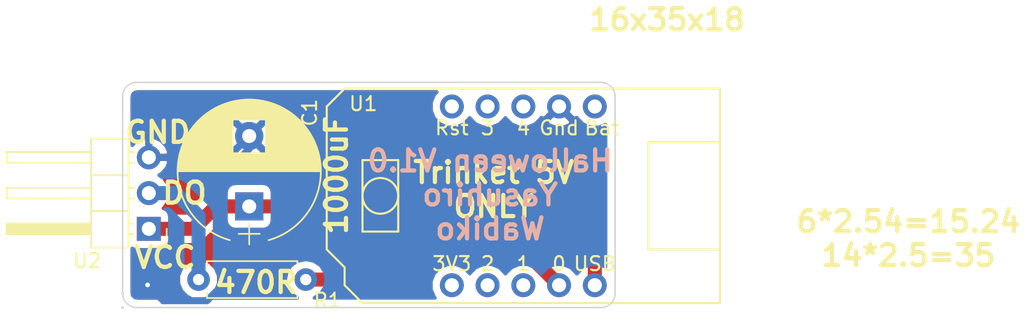
<source format=kicad_pcb>
(kicad_pcb (version 4) (host pcbnew 4.0.7)

  (general
    (links 6)
    (no_connects 0)
    (area 162.551599 89.236599 197.651601 105.336601)
    (thickness 1.6)
    (drawings 20)
    (tracks 20)
    (zones 0)
    (modules 4)
    (nets 12)
  )

  (page A4)
  (layers
    (0 F.Cu signal)
    (31 B.Cu signal)
    (32 B.Adhes user)
    (33 F.Adhes user)
    (34 B.Paste user)
    (35 F.Paste user)
    (36 B.SilkS user)
    (37 F.SilkS user)
    (38 B.Mask user)
    (39 F.Mask user)
    (40 Dwgs.User user)
    (41 Cmts.User user)
    (42 Eco1.User user)
    (43 Eco2.User user)
    (44 Edge.Cuts user)
    (45 Margin user)
    (46 B.CrtYd user)
    (47 F.CrtYd user)
    (48 B.Fab user)
    (49 F.Fab user)
  )

  (setup
    (last_trace_width 1)
    (user_trace_width 0.25)
    (user_trace_width 0.3)
    (user_trace_width 0.4)
    (user_trace_width 0.5)
    (user_trace_width 0.6)
    (user_trace_width 0.7)
    (user_trace_width 0.8)
    (user_trace_width 1)
    (trace_clearance 0.1524)
    (zone_clearance 0.508)
    (zone_45_only no)
    (trace_min 0.1524)
    (segment_width 0.2)
    (edge_width 0.15)
    (via_size 0.6858)
    (via_drill 0.3302)
    (via_min_size 0.6858)
    (via_min_drill 0.3302)
    (uvia_size 0.762)
    (uvia_drill 0.508)
    (uvias_allowed no)
    (uvia_min_size 0)
    (uvia_min_drill 0)
    (pcb_text_width 0.3)
    (pcb_text_size 1.5 1.5)
    (mod_edge_width 0.15)
    (mod_text_size 1 1)
    (mod_text_width 0.15)
    (pad_size 1.524 1.524)
    (pad_drill 0.762)
    (pad_to_mask_clearance 0.2)
    (aux_axis_origin 0 0)
    (visible_elements 7FFFFFFF)
    (pcbplotparams
      (layerselection 0x00030_80000001)
      (usegerberextensions false)
      (excludeedgelayer true)
      (linewidth 0.100000)
      (plotframeref false)
      (viasonmask false)
      (mode 1)
      (useauxorigin false)
      (hpglpennumber 1)
      (hpglpenspeed 20)
      (hpglpendiameter 15)
      (hpglpenoverlay 2)
      (psnegative false)
      (psa4output false)
      (plotreference true)
      (plotvalue true)
      (plotinvisibletext false)
      (padsonsilk false)
      (subtractmaskfromsilk false)
      (outputformat 1)
      (mirror false)
      (drillshape 1)
      (scaleselection 1)
      (outputdirectory ""))
  )

  (net 0 "")
  (net 1 GND)
  (net 2 "Net-(U1-Pad7)")
  (net 3 VCC)
  (net 4 "Net-(R1-Pad1)")
  (net 5 DATA)
  (net 6 "Net-(U1-Pad1)")
  (net 7 "Net-(U1-Pad2)")
  (net 8 "Net-(U1-Pad3)")
  (net 9 "Net-(U1-Pad5)")
  (net 10 "Net-(U1-Pad6)")
  (net 11 "Net-(U1-Pad8)")

  (net_class Default "This is the default net class."
    (clearance 0.1524)
    (trace_width 0.1524)
    (via_dia 0.6858)
    (via_drill 0.3302)
    (uvia_dia 0.762)
    (uvia_drill 0.508)
    (add_net DATA)
    (add_net GND)
    (add_net "Net-(R1-Pad1)")
    (add_net "Net-(U1-Pad1)")
    (add_net "Net-(U1-Pad2)")
    (add_net "Net-(U1-Pad3)")
    (add_net "Net-(U1-Pad5)")
    (add_net "Net-(U1-Pad6)")
    (add_net "Net-(U1-Pad7)")
    (add_net "Net-(U1-Pad8)")
    (add_net VCC)
  )

  (module Capacitors_ThroughHole:CP_Radial_D10.0mm_P5.00mm (layer F.Cu) (tedit 59EB8076) (tstamp 59EB7951)
    (at 171.6 98.1 90)
    (descr "CP, Radial series, Radial, pin pitch=5.00mm, , diameter=10mm, Electrolytic Capacitor")
    (tags "CP Radial series Radial pin pitch 5.00mm  diameter 10mm Electrolytic Capacitor")
    (path /59EAB886)
    (fp_text reference C1 (at 6.66 4.295 90) (layer F.SilkS)
      (effects (font (size 1 1) (thickness 0.15)))
    )
    (fp_text value 1000uF (at 2.5 6.31 90) (layer F.Fab)
      (effects (font (size 1 1) (thickness 0.15)))
    )
    (fp_arc (start 2.5 0) (end -2.399357 -1.38) (angle 148.5) (layer F.SilkS) (width 0.12))
    (fp_arc (start 2.5 0) (end -2.399357 1.38) (angle -148.5) (layer F.SilkS) (width 0.12))
    (fp_arc (start 2.5 0) (end 7.399357 -1.38) (angle 31.5) (layer F.SilkS) (width 0.12))
    (fp_circle (center 2.5 0) (end 7.5 0) (layer F.Fab) (width 0.1))
    (fp_line (start -2.7 0) (end -1.2 0) (layer F.Fab) (width 0.1))
    (fp_line (start -1.95 -0.75) (end -1.95 0.75) (layer F.Fab) (width 0.1))
    (fp_line (start 2.5 -5.05) (end 2.5 5.05) (layer F.SilkS) (width 0.12))
    (fp_line (start 2.54 -5.05) (end 2.54 5.05) (layer F.SilkS) (width 0.12))
    (fp_line (start 2.58 -5.05) (end 2.58 5.05) (layer F.SilkS) (width 0.12))
    (fp_line (start 2.62 -5.049) (end 2.62 5.049) (layer F.SilkS) (width 0.12))
    (fp_line (start 2.66 -5.048) (end 2.66 5.048) (layer F.SilkS) (width 0.12))
    (fp_line (start 2.7 -5.047) (end 2.7 5.047) (layer F.SilkS) (width 0.12))
    (fp_line (start 2.74 -5.045) (end 2.74 5.045) (layer F.SilkS) (width 0.12))
    (fp_line (start 2.78 -5.043) (end 2.78 5.043) (layer F.SilkS) (width 0.12))
    (fp_line (start 2.82 -5.04) (end 2.82 5.04) (layer F.SilkS) (width 0.12))
    (fp_line (start 2.86 -5.038) (end 2.86 5.038) (layer F.SilkS) (width 0.12))
    (fp_line (start 2.9 -5.035) (end 2.9 5.035) (layer F.SilkS) (width 0.12))
    (fp_line (start 2.94 -5.031) (end 2.94 5.031) (layer F.SilkS) (width 0.12))
    (fp_line (start 2.98 -5.028) (end 2.98 5.028) (layer F.SilkS) (width 0.12))
    (fp_line (start 3.02 -5.024) (end 3.02 5.024) (layer F.SilkS) (width 0.12))
    (fp_line (start 3.06 -5.02) (end 3.06 5.02) (layer F.SilkS) (width 0.12))
    (fp_line (start 3.1 -5.015) (end 3.1 5.015) (layer F.SilkS) (width 0.12))
    (fp_line (start 3.14 -5.01) (end 3.14 5.01) (layer F.SilkS) (width 0.12))
    (fp_line (start 3.18 -5.005) (end 3.18 5.005) (layer F.SilkS) (width 0.12))
    (fp_line (start 3.221 -4.999) (end 3.221 4.999) (layer F.SilkS) (width 0.12))
    (fp_line (start 3.261 -4.993) (end 3.261 4.993) (layer F.SilkS) (width 0.12))
    (fp_line (start 3.301 -4.987) (end 3.301 4.987) (layer F.SilkS) (width 0.12))
    (fp_line (start 3.341 -4.981) (end 3.341 4.981) (layer F.SilkS) (width 0.12))
    (fp_line (start 3.381 -4.974) (end 3.381 4.974) (layer F.SilkS) (width 0.12))
    (fp_line (start 3.421 -4.967) (end 3.421 4.967) (layer F.SilkS) (width 0.12))
    (fp_line (start 3.461 -4.959) (end 3.461 4.959) (layer F.SilkS) (width 0.12))
    (fp_line (start 3.501 -4.951) (end 3.501 4.951) (layer F.SilkS) (width 0.12))
    (fp_line (start 3.541 -4.943) (end 3.541 4.943) (layer F.SilkS) (width 0.12))
    (fp_line (start 3.581 -4.935) (end 3.581 4.935) (layer F.SilkS) (width 0.12))
    (fp_line (start 3.621 -4.926) (end 3.621 4.926) (layer F.SilkS) (width 0.12))
    (fp_line (start 3.661 -4.917) (end 3.661 4.917) (layer F.SilkS) (width 0.12))
    (fp_line (start 3.701 -4.907) (end 3.701 4.907) (layer F.SilkS) (width 0.12))
    (fp_line (start 3.741 -4.897) (end 3.741 4.897) (layer F.SilkS) (width 0.12))
    (fp_line (start 3.781 -4.887) (end 3.781 4.887) (layer F.SilkS) (width 0.12))
    (fp_line (start 3.821 -4.876) (end 3.821 -1.181) (layer F.SilkS) (width 0.12))
    (fp_line (start 3.821 1.181) (end 3.821 4.876) (layer F.SilkS) (width 0.12))
    (fp_line (start 3.861 -4.865) (end 3.861 -1.181) (layer F.SilkS) (width 0.12))
    (fp_line (start 3.861 1.181) (end 3.861 4.865) (layer F.SilkS) (width 0.12))
    (fp_line (start 3.901 -4.854) (end 3.901 -1.181) (layer F.SilkS) (width 0.12))
    (fp_line (start 3.901 1.181) (end 3.901 4.854) (layer F.SilkS) (width 0.12))
    (fp_line (start 3.941 -4.843) (end 3.941 -1.181) (layer F.SilkS) (width 0.12))
    (fp_line (start 3.941 1.181) (end 3.941 4.843) (layer F.SilkS) (width 0.12))
    (fp_line (start 3.981 -4.831) (end 3.981 -1.181) (layer F.SilkS) (width 0.12))
    (fp_line (start 3.981 1.181) (end 3.981 4.831) (layer F.SilkS) (width 0.12))
    (fp_line (start 4.021 -4.818) (end 4.021 -1.181) (layer F.SilkS) (width 0.12))
    (fp_line (start 4.021 1.181) (end 4.021 4.818) (layer F.SilkS) (width 0.12))
    (fp_line (start 4.061 -4.806) (end 4.061 -1.181) (layer F.SilkS) (width 0.12))
    (fp_line (start 4.061 1.181) (end 4.061 4.806) (layer F.SilkS) (width 0.12))
    (fp_line (start 4.101 -4.792) (end 4.101 -1.181) (layer F.SilkS) (width 0.12))
    (fp_line (start 4.101 1.181) (end 4.101 4.792) (layer F.SilkS) (width 0.12))
    (fp_line (start 4.141 -4.779) (end 4.141 -1.181) (layer F.SilkS) (width 0.12))
    (fp_line (start 4.141 1.181) (end 4.141 4.779) (layer F.SilkS) (width 0.12))
    (fp_line (start 4.181 -4.765) (end 4.181 -1.181) (layer F.SilkS) (width 0.12))
    (fp_line (start 4.181 1.181) (end 4.181 4.765) (layer F.SilkS) (width 0.12))
    (fp_line (start 4.221 -4.751) (end 4.221 -1.181) (layer F.SilkS) (width 0.12))
    (fp_line (start 4.221 1.181) (end 4.221 4.751) (layer F.SilkS) (width 0.12))
    (fp_line (start 4.261 -4.737) (end 4.261 -1.181) (layer F.SilkS) (width 0.12))
    (fp_line (start 4.261 1.181) (end 4.261 4.737) (layer F.SilkS) (width 0.12))
    (fp_line (start 4.301 -4.722) (end 4.301 -1.181) (layer F.SilkS) (width 0.12))
    (fp_line (start 4.301 1.181) (end 4.301 4.722) (layer F.SilkS) (width 0.12))
    (fp_line (start 4.341 -4.706) (end 4.341 -1.181) (layer F.SilkS) (width 0.12))
    (fp_line (start 4.341 1.181) (end 4.341 4.706) (layer F.SilkS) (width 0.12))
    (fp_line (start 4.381 -4.691) (end 4.381 -1.181) (layer F.SilkS) (width 0.12))
    (fp_line (start 4.381 1.181) (end 4.381 4.691) (layer F.SilkS) (width 0.12))
    (fp_line (start 4.421 -4.674) (end 4.421 -1.181) (layer F.SilkS) (width 0.12))
    (fp_line (start 4.421 1.181) (end 4.421 4.674) (layer F.SilkS) (width 0.12))
    (fp_line (start 4.461 -4.658) (end 4.461 -1.181) (layer F.SilkS) (width 0.12))
    (fp_line (start 4.461 1.181) (end 4.461 4.658) (layer F.SilkS) (width 0.12))
    (fp_line (start 4.501 -4.641) (end 4.501 -1.181) (layer F.SilkS) (width 0.12))
    (fp_line (start 4.501 1.181) (end 4.501 4.641) (layer F.SilkS) (width 0.12))
    (fp_line (start 4.541 -4.624) (end 4.541 -1.181) (layer F.SilkS) (width 0.12))
    (fp_line (start 4.541 1.181) (end 4.541 4.624) (layer F.SilkS) (width 0.12))
    (fp_line (start 4.581 -4.606) (end 4.581 -1.181) (layer F.SilkS) (width 0.12))
    (fp_line (start 4.581 1.181) (end 4.581 4.606) (layer F.SilkS) (width 0.12))
    (fp_line (start 4.621 -4.588) (end 4.621 -1.181) (layer F.SilkS) (width 0.12))
    (fp_line (start 4.621 1.181) (end 4.621 4.588) (layer F.SilkS) (width 0.12))
    (fp_line (start 4.661 -4.569) (end 4.661 -1.181) (layer F.SilkS) (width 0.12))
    (fp_line (start 4.661 1.181) (end 4.661 4.569) (layer F.SilkS) (width 0.12))
    (fp_line (start 4.701 -4.55) (end 4.701 -1.181) (layer F.SilkS) (width 0.12))
    (fp_line (start 4.701 1.181) (end 4.701 4.55) (layer F.SilkS) (width 0.12))
    (fp_line (start 4.741 -4.531) (end 4.741 -1.181) (layer F.SilkS) (width 0.12))
    (fp_line (start 4.741 1.181) (end 4.741 4.531) (layer F.SilkS) (width 0.12))
    (fp_line (start 4.781 -4.511) (end 4.781 -1.181) (layer F.SilkS) (width 0.12))
    (fp_line (start 4.781 1.181) (end 4.781 4.511) (layer F.SilkS) (width 0.12))
    (fp_line (start 4.821 -4.491) (end 4.821 -1.181) (layer F.SilkS) (width 0.12))
    (fp_line (start 4.821 1.181) (end 4.821 4.491) (layer F.SilkS) (width 0.12))
    (fp_line (start 4.861 -4.47) (end 4.861 -1.181) (layer F.SilkS) (width 0.12))
    (fp_line (start 4.861 1.181) (end 4.861 4.47) (layer F.SilkS) (width 0.12))
    (fp_line (start 4.901 -4.449) (end 4.901 -1.181) (layer F.SilkS) (width 0.12))
    (fp_line (start 4.901 1.181) (end 4.901 4.449) (layer F.SilkS) (width 0.12))
    (fp_line (start 4.941 -4.428) (end 4.941 -1.181) (layer F.SilkS) (width 0.12))
    (fp_line (start 4.941 1.181) (end 4.941 4.428) (layer F.SilkS) (width 0.12))
    (fp_line (start 4.981 -4.405) (end 4.981 -1.181) (layer F.SilkS) (width 0.12))
    (fp_line (start 4.981 1.181) (end 4.981 4.405) (layer F.SilkS) (width 0.12))
    (fp_line (start 5.021 -4.383) (end 5.021 -1.181) (layer F.SilkS) (width 0.12))
    (fp_line (start 5.021 1.181) (end 5.021 4.383) (layer F.SilkS) (width 0.12))
    (fp_line (start 5.061 -4.36) (end 5.061 -1.181) (layer F.SilkS) (width 0.12))
    (fp_line (start 5.061 1.181) (end 5.061 4.36) (layer F.SilkS) (width 0.12))
    (fp_line (start 5.101 -4.336) (end 5.101 -1.181) (layer F.SilkS) (width 0.12))
    (fp_line (start 5.101 1.181) (end 5.101 4.336) (layer F.SilkS) (width 0.12))
    (fp_line (start 5.141 -4.312) (end 5.141 -1.181) (layer F.SilkS) (width 0.12))
    (fp_line (start 5.141 1.181) (end 5.141 4.312) (layer F.SilkS) (width 0.12))
    (fp_line (start 5.181 -4.288) (end 5.181 -1.181) (layer F.SilkS) (width 0.12))
    (fp_line (start 5.181 1.181) (end 5.181 4.288) (layer F.SilkS) (width 0.12))
    (fp_line (start 5.221 -4.263) (end 5.221 -1.181) (layer F.SilkS) (width 0.12))
    (fp_line (start 5.221 1.181) (end 5.221 4.263) (layer F.SilkS) (width 0.12))
    (fp_line (start 5.261 -4.237) (end 5.261 -1.181) (layer F.SilkS) (width 0.12))
    (fp_line (start 5.261 1.181) (end 5.261 4.237) (layer F.SilkS) (width 0.12))
    (fp_line (start 5.301 -4.211) (end 5.301 -1.181) (layer F.SilkS) (width 0.12))
    (fp_line (start 5.301 1.181) (end 5.301 4.211) (layer F.SilkS) (width 0.12))
    (fp_line (start 5.341 -4.185) (end 5.341 -1.181) (layer F.SilkS) (width 0.12))
    (fp_line (start 5.341 1.181) (end 5.341 4.185) (layer F.SilkS) (width 0.12))
    (fp_line (start 5.381 -4.157) (end 5.381 -1.181) (layer F.SilkS) (width 0.12))
    (fp_line (start 5.381 1.181) (end 5.381 4.157) (layer F.SilkS) (width 0.12))
    (fp_line (start 5.421 -4.13) (end 5.421 -1.181) (layer F.SilkS) (width 0.12))
    (fp_line (start 5.421 1.181) (end 5.421 4.13) (layer F.SilkS) (width 0.12))
    (fp_line (start 5.461 -4.101) (end 5.461 -1.181) (layer F.SilkS) (width 0.12))
    (fp_line (start 5.461 1.181) (end 5.461 4.101) (layer F.SilkS) (width 0.12))
    (fp_line (start 5.501 -4.072) (end 5.501 -1.181) (layer F.SilkS) (width 0.12))
    (fp_line (start 5.501 1.181) (end 5.501 4.072) (layer F.SilkS) (width 0.12))
    (fp_line (start 5.541 -4.043) (end 5.541 -1.181) (layer F.SilkS) (width 0.12))
    (fp_line (start 5.541 1.181) (end 5.541 4.043) (layer F.SilkS) (width 0.12))
    (fp_line (start 5.581 -4.013) (end 5.581 -1.181) (layer F.SilkS) (width 0.12))
    (fp_line (start 5.581 1.181) (end 5.581 4.013) (layer F.SilkS) (width 0.12))
    (fp_line (start 5.621 -3.982) (end 5.621 -1.181) (layer F.SilkS) (width 0.12))
    (fp_line (start 5.621 1.181) (end 5.621 3.982) (layer F.SilkS) (width 0.12))
    (fp_line (start 5.661 -3.951) (end 5.661 -1.181) (layer F.SilkS) (width 0.12))
    (fp_line (start 5.661 1.181) (end 5.661 3.951) (layer F.SilkS) (width 0.12))
    (fp_line (start 5.701 -3.919) (end 5.701 -1.181) (layer F.SilkS) (width 0.12))
    (fp_line (start 5.701 1.181) (end 5.701 3.919) (layer F.SilkS) (width 0.12))
    (fp_line (start 5.741 -3.886) (end 5.741 -1.181) (layer F.SilkS) (width 0.12))
    (fp_line (start 5.741 1.181) (end 5.741 3.886) (layer F.SilkS) (width 0.12))
    (fp_line (start 5.781 -3.853) (end 5.781 -1.181) (layer F.SilkS) (width 0.12))
    (fp_line (start 5.781 1.181) (end 5.781 3.853) (layer F.SilkS) (width 0.12))
    (fp_line (start 5.821 -3.819) (end 5.821 -1.181) (layer F.SilkS) (width 0.12))
    (fp_line (start 5.821 1.181) (end 5.821 3.819) (layer F.SilkS) (width 0.12))
    (fp_line (start 5.861 -3.784) (end 5.861 -1.181) (layer F.SilkS) (width 0.12))
    (fp_line (start 5.861 1.181) (end 5.861 3.784) (layer F.SilkS) (width 0.12))
    (fp_line (start 5.901 -3.748) (end 5.901 -1.181) (layer F.SilkS) (width 0.12))
    (fp_line (start 5.901 1.181) (end 5.901 3.748) (layer F.SilkS) (width 0.12))
    (fp_line (start 5.941 -3.712) (end 5.941 -1.181) (layer F.SilkS) (width 0.12))
    (fp_line (start 5.941 1.181) (end 5.941 3.712) (layer F.SilkS) (width 0.12))
    (fp_line (start 5.981 -3.675) (end 5.981 -1.181) (layer F.SilkS) (width 0.12))
    (fp_line (start 5.981 1.181) (end 5.981 3.675) (layer F.SilkS) (width 0.12))
    (fp_line (start 6.021 -3.637) (end 6.021 -1.181) (layer F.SilkS) (width 0.12))
    (fp_line (start 6.021 1.181) (end 6.021 3.637) (layer F.SilkS) (width 0.12))
    (fp_line (start 6.061 -3.598) (end 6.061 -1.181) (layer F.SilkS) (width 0.12))
    (fp_line (start 6.061 1.181) (end 6.061 3.598) (layer F.SilkS) (width 0.12))
    (fp_line (start 6.101 -3.559) (end 6.101 -1.181) (layer F.SilkS) (width 0.12))
    (fp_line (start 6.101 1.181) (end 6.101 3.559) (layer F.SilkS) (width 0.12))
    (fp_line (start 6.141 -3.518) (end 6.141 -1.181) (layer F.SilkS) (width 0.12))
    (fp_line (start 6.141 1.181) (end 6.141 3.518) (layer F.SilkS) (width 0.12))
    (fp_line (start 6.181 -3.477) (end 6.181 3.477) (layer F.SilkS) (width 0.12))
    (fp_line (start 6.221 -3.435) (end 6.221 3.435) (layer F.SilkS) (width 0.12))
    (fp_line (start 6.261 -3.391) (end 6.261 3.391) (layer F.SilkS) (width 0.12))
    (fp_line (start 6.301 -3.347) (end 6.301 3.347) (layer F.SilkS) (width 0.12))
    (fp_line (start 6.341 -3.302) (end 6.341 3.302) (layer F.SilkS) (width 0.12))
    (fp_line (start 6.381 -3.255) (end 6.381 3.255) (layer F.SilkS) (width 0.12))
    (fp_line (start 6.421 -3.207) (end 6.421 3.207) (layer F.SilkS) (width 0.12))
    (fp_line (start 6.461 -3.158) (end 6.461 3.158) (layer F.SilkS) (width 0.12))
    (fp_line (start 6.501 -3.108) (end 6.501 3.108) (layer F.SilkS) (width 0.12))
    (fp_line (start 6.541 -3.057) (end 6.541 3.057) (layer F.SilkS) (width 0.12))
    (fp_line (start 6.581 -3.004) (end 6.581 3.004) (layer F.SilkS) (width 0.12))
    (fp_line (start 6.621 -2.949) (end 6.621 2.949) (layer F.SilkS) (width 0.12))
    (fp_line (start 6.661 -2.894) (end 6.661 2.894) (layer F.SilkS) (width 0.12))
    (fp_line (start 6.701 -2.836) (end 6.701 2.836) (layer F.SilkS) (width 0.12))
    (fp_line (start 6.741 -2.777) (end 6.741 2.777) (layer F.SilkS) (width 0.12))
    (fp_line (start 6.781 -2.715) (end 6.781 2.715) (layer F.SilkS) (width 0.12))
    (fp_line (start 6.821 -2.652) (end 6.821 2.652) (layer F.SilkS) (width 0.12))
    (fp_line (start 6.861 -2.587) (end 6.861 2.587) (layer F.SilkS) (width 0.12))
    (fp_line (start 6.901 -2.519) (end 6.901 2.519) (layer F.SilkS) (width 0.12))
    (fp_line (start 6.941 -2.449) (end 6.941 2.449) (layer F.SilkS) (width 0.12))
    (fp_line (start 6.981 -2.377) (end 6.981 2.377) (layer F.SilkS) (width 0.12))
    (fp_line (start 7.021 -2.301) (end 7.021 2.301) (layer F.SilkS) (width 0.12))
    (fp_line (start 7.061 -2.222) (end 7.061 2.222) (layer F.SilkS) (width 0.12))
    (fp_line (start 7.101 -2.14) (end 7.101 2.14) (layer F.SilkS) (width 0.12))
    (fp_line (start 7.141 -2.053) (end 7.141 2.053) (layer F.SilkS) (width 0.12))
    (fp_line (start 7.181 -1.962) (end 7.181 1.962) (layer F.SilkS) (width 0.12))
    (fp_line (start 7.221 -1.866) (end 7.221 1.866) (layer F.SilkS) (width 0.12))
    (fp_line (start 7.261 -1.763) (end 7.261 1.763) (layer F.SilkS) (width 0.12))
    (fp_line (start 7.301 -1.654) (end 7.301 1.654) (layer F.SilkS) (width 0.12))
    (fp_line (start 7.341 -1.536) (end 7.341 1.536) (layer F.SilkS) (width 0.12))
    (fp_line (start 7.381 -1.407) (end 7.381 1.407) (layer F.SilkS) (width 0.12))
    (fp_line (start 7.421 -1.265) (end 7.421 1.265) (layer F.SilkS) (width 0.12))
    (fp_line (start 7.461 -1.104) (end 7.461 1.104) (layer F.SilkS) (width 0.12))
    (fp_line (start 7.501 -0.913) (end 7.501 0.913) (layer F.SilkS) (width 0.12))
    (fp_line (start 7.541 -0.672) (end 7.541 0.672) (layer F.SilkS) (width 0.12))
    (fp_line (start 7.581 -0.279) (end 7.581 0.279) (layer F.SilkS) (width 0.12))
    (fp_line (start -2.7 0) (end -1.2 0) (layer F.SilkS) (width 0.12))
    (fp_line (start -1.95 -0.75) (end -1.95 0.75) (layer F.SilkS) (width 0.12))
    (fp_line (start -2.85 -5.35) (end -2.85 5.35) (layer F.CrtYd) (width 0.05))
    (fp_line (start -2.85 5.35) (end 7.85 5.35) (layer F.CrtYd) (width 0.05))
    (fp_line (start 7.85 5.35) (end 7.85 -5.35) (layer F.CrtYd) (width 0.05))
    (fp_line (start 7.85 -5.35) (end -2.85 -5.35) (layer F.CrtYd) (width 0.05))
    (fp_text user %R (at 2.5 0 90) (layer F.Fab)
      (effects (font (size 1 1) (thickness 0.15)))
    )
    (pad 1 thru_hole rect (at 0 0 90) (size 2 2) (drill 1) (layers *.Cu *.Mask)
      (net 3 VCC))
    (pad 2 thru_hole circle (at 5 0 90) (size 2 2) (drill 1) (layers *.Cu *.Mask)
      (net 1 GND))
    (model ${KISYS3DMOD}/Capacitors_THT.3dshapes/CP_Radial_D10.0mm_P5.00mm.wrl
      (at (xyz 0 0 0))
      (scale (xyz 1 1 1))
      (rotate (xyz 0 0 0))
    )
  )

  (module Resistors_ThroughHole:R_Axial_DIN0207_L6.3mm_D2.5mm_P7.62mm_Horizontal (layer F.Cu) (tedit 59EB7F80) (tstamp 59EB7967)
    (at 168 103.3)
    (descr "Resistor, Axial_DIN0207 series, Axial, Horizontal, pin pitch=7.62mm, 0.25W = 1/4W, length*diameter=6.3*2.5mm^2, http://cdn-reichelt.de/documents/datenblatt/B400/1_4W%23YAG.pdf")
    (tags "Resistor Axial_DIN0207 series Axial Horizontal pin pitch 7.62mm 0.25W = 1/4W length 6.3mm diameter 2.5mm")
    (path /59EA97F4)
    (fp_text reference R1 (at 9.165 1.475) (layer F.SilkS)
      (effects (font (size 1 1) (thickness 0.15)))
    )
    (fp_text value 470R (at 3.81 2.31) (layer F.Fab)
      (effects (font (size 1 1) (thickness 0.15)))
    )
    (fp_line (start 0.66 -1.25) (end 0.66 1.25) (layer F.Fab) (width 0.1))
    (fp_line (start 0.66 1.25) (end 6.96 1.25) (layer F.Fab) (width 0.1))
    (fp_line (start 6.96 1.25) (end 6.96 -1.25) (layer F.Fab) (width 0.1))
    (fp_line (start 6.96 -1.25) (end 0.66 -1.25) (layer F.Fab) (width 0.1))
    (fp_line (start 0 0) (end 0.66 0) (layer F.Fab) (width 0.1))
    (fp_line (start 7.62 0) (end 6.96 0) (layer F.Fab) (width 0.1))
    (fp_line (start 0.6 -0.98) (end 0.6 -1.31) (layer F.SilkS) (width 0.12))
    (fp_line (start 0.6 -1.31) (end 7.02 -1.31) (layer F.SilkS) (width 0.12))
    (fp_line (start 7.02 -1.31) (end 7.02 -0.98) (layer F.SilkS) (width 0.12))
    (fp_line (start 0.6 0.98) (end 0.6 1.31) (layer F.SilkS) (width 0.12))
    (fp_line (start 0.6 1.31) (end 7.02 1.31) (layer F.SilkS) (width 0.12))
    (fp_line (start 7.02 1.31) (end 7.02 0.98) (layer F.SilkS) (width 0.12))
    (fp_line (start -1.05 -1.6) (end -1.05 1.6) (layer F.CrtYd) (width 0.05))
    (fp_line (start -1.05 1.6) (end 8.7 1.6) (layer F.CrtYd) (width 0.05))
    (fp_line (start 8.7 1.6) (end 8.7 -1.6) (layer F.CrtYd) (width 0.05))
    (fp_line (start 8.7 -1.6) (end -1.05 -1.6) (layer F.CrtYd) (width 0.05))
    (pad 1 thru_hole circle (at 0 0) (size 1.6 1.6) (drill 0.8) (layers *.Cu *.Mask)
      (net 4 "Net-(R1-Pad1)"))
    (pad 2 thru_hole oval (at 7.62 0) (size 1.6 1.6) (drill 0.8) (layers *.Cu *.Mask)
      (net 5 DATA))
    (model ${KISYS3DMOD}/Resistors_THT.3dshapes/R_Axial_DIN0207_L6.3mm_D2.5mm_P7.62mm_Horizontal.wrl
      (at (xyz 0 0 0))
      (scale (xyz 0.393701 0.393701 0.393701))
      (rotate (xyz 0 0 0))
    )
  )

  (module MyLibrary:Trinket_M0_NoHole (layer F.Cu) (tedit 59EB7EFA) (tstamp 59EB7995)
    (at 186 91)
    (path /59DDA328)
    (fp_text reference U1 (at -6.295 -0.195) (layer F.SilkS)
      (effects (font (size 1 1) (thickness 0.15)))
    )
    (fp_text value Trinket_M0 (at 3.81 -2.54) (layer F.Fab)
      (effects (font (size 1 1) (thickness 0.15)))
    )
    (fp_text user USB (at 10.16 11.176) (layer F.SilkS)
      (effects (font (size 1 1) (thickness 0.15)))
    )
    (fp_text user Bat (at 10.668 1.524) (layer F.SilkS)
      (effects (font (size 1 1) (thickness 0.15)))
    )
    (fp_text user Gnd (at 7.62 1.524) (layer F.SilkS)
      (effects (font (size 1 1) (thickness 0.15)))
    )
    (fp_text user 4 (at 5.08 1.524) (layer F.SilkS)
      (effects (font (size 1 1) (thickness 0.15)))
    )
    (fp_text user 3 (at 2.54 1.524) (layer F.SilkS)
      (effects (font (size 1 1) (thickness 0.15)))
    )
    (fp_text user Rst (at 0 1.524) (layer F.SilkS)
      (effects (font (size 1 1) (thickness 0.15)))
    )
    (fp_text user 0 (at 7.62 11.176) (layer F.SilkS)
      (effects (font (size 1 1) (thickness 0.15)))
    )
    (fp_text user 1 (at 5.08 11.176) (layer F.SilkS)
      (effects (font (size 1 1) (thickness 0.15)))
    )
    (fp_text user 2 (at 2.54 11.176) (layer F.SilkS)
      (effects (font (size 1 1) (thickness 0.15)))
    )
    (fp_text user 3V3 (at 0 11.176) (layer F.SilkS)
      (effects (font (size 1 1) (thickness 0.15)))
    )
    (fp_line (start -6.35 3.81) (end -3.81 3.81) (layer F.SilkS) (width 0.15))
    (fp_line (start -3.81 3.81) (end -3.81 8.89) (layer F.SilkS) (width 0.15))
    (fp_line (start -3.81 8.89) (end -6.35 8.89) (layer F.SilkS) (width 0.15))
    (fp_line (start -6.35 8.89) (end -6.35 3.81) (layer F.SilkS) (width 0.15))
    (fp_circle (center -5.08 6.35) (end -3.81 6.35) (layer F.SilkS) (width 0.15))
    (fp_line (start 13.97 10.16) (end 17.78 10.16) (layer F.SilkS) (width 0.15))
    (fp_line (start 13.97 2.54) (end 17.78 2.54) (layer F.SilkS) (width 0.15))
    (fp_line (start 13.97 2.54) (end 13.97 10.16) (layer F.SilkS) (width 0.15))
    (fp_line (start 17.78 10.16) (end 19.05 10.16) (layer F.SilkS) (width 0.15))
    (fp_line (start 17.78 2.54) (end 19.05 2.54) (layer F.SilkS) (width 0.15))
    (fp_line (start 11.43 13.97) (end 19.05 13.97) (layer F.SilkS) (width 0.15))
    (fp_line (start 11.43 -1.27) (end 19.05 -1.27) (layer F.SilkS) (width 0.15))
    (fp_line (start -8.89 10.16) (end -7.62 11.43) (layer F.SilkS) (width 0.15))
    (fp_line (start -7.62 11.43) (end -7.62 12.7) (layer F.SilkS) (width 0.15))
    (fp_line (start -7.62 12.7) (end -6.35 13.97) (layer F.SilkS) (width 0.15))
    (fp_line (start -6.35 13.97) (end -1.27 13.97) (layer F.SilkS) (width 0.15))
    (fp_line (start -7.62 -1.27) (end -8.89 0) (layer F.SilkS) (width 0.15))
    (fp_line (start -8.89 0) (end -8.89 10.16) (layer F.SilkS) (width 0.15))
    (fp_line (start -7.62 -1.27) (end -1.27 -1.27) (layer F.SilkS) (width 0.15))
    (fp_line (start 19.05 -1.27) (end 19.05 13.97) (layer F.SilkS) (width 0.15))
    (fp_line (start -1.27 13.97) (end 11.43 13.97) (layer F.SilkS) (width 0.15))
    (fp_line (start -1.27 -1.27) (end 11.43 -1.27) (layer F.SilkS) (width 0.15))
    (pad 1 thru_hole circle (at 0 0) (size 1.7 1.7) (drill 1) (layers *.Cu *.Mask)
      (net 6 "Net-(U1-Pad1)"))
    (pad 2 thru_hole circle (at 2.54 0) (size 1.7 1.7) (drill 1) (layers *.Cu *.Mask)
      (net 7 "Net-(U1-Pad2)"))
    (pad 3 thru_hole circle (at 5.08 0) (size 1.7 1.7) (drill 1) (layers *.Cu *.Mask)
      (net 8 "Net-(U1-Pad3)"))
    (pad 4 thru_hole circle (at 7.62 0) (size 1.7 1.7) (drill 1) (layers *.Cu *.Mask)
      (net 1 GND))
    (pad 5 thru_hole circle (at 10.16 0) (size 1.7 1.7) (drill 1) (layers *.Cu *.Mask)
      (net 9 "Net-(U1-Pad5)"))
    (pad 6 thru_hole circle (at 0 12.7) (size 1.7 1.7) (drill 1) (layers *.Cu *.Mask)
      (net 10 "Net-(U1-Pad6)"))
    (pad 7 thru_hole circle (at 2.54 12.7) (size 1.7 1.7) (drill 1) (layers *.Cu *.Mask)
      (net 2 "Net-(U1-Pad7)"))
    (pad 8 thru_hole circle (at 5.08 12.7) (size 1.7 1.7) (drill 1) (layers *.Cu *.Mask)
      (net 11 "Net-(U1-Pad8)"))
    (pad 9 thru_hole circle (at 7.62 12.7) (size 1.7 1.7) (drill 1) (layers *.Cu *.Mask)
      (net 5 DATA))
    (pad 10 thru_hole circle (at 10.16 12.7) (size 1.7 1.7) (drill 1) (layers *.Cu *.Mask)
      (net 3 VCC))
  )

  (module Pin_Headers:Pin_Header_Angled_1x03_Pitch2.54mm (layer F.Cu) (tedit 59650532) (tstamp 59EB79D5)
    (at 164.465 99.695 180)
    (descr "Through hole angled pin header, 1x03, 2.54mm pitch, 6mm pin length, single row")
    (tags "Through hole angled pin header THT 1x03 2.54mm single row")
    (path /59EABE4C)
    (fp_text reference U2 (at 4.385 -2.27 180) (layer F.SilkS)
      (effects (font (size 1 1) (thickness 0.15)))
    )
    (fp_text value WS2812B_IF (at 4.385 7.35 180) (layer F.Fab)
      (effects (font (size 1 1) (thickness 0.15)))
    )
    (fp_line (start 2.135 -1.27) (end 4.04 -1.27) (layer F.Fab) (width 0.1))
    (fp_line (start 4.04 -1.27) (end 4.04 6.35) (layer F.Fab) (width 0.1))
    (fp_line (start 4.04 6.35) (end 1.5 6.35) (layer F.Fab) (width 0.1))
    (fp_line (start 1.5 6.35) (end 1.5 -0.635) (layer F.Fab) (width 0.1))
    (fp_line (start 1.5 -0.635) (end 2.135 -1.27) (layer F.Fab) (width 0.1))
    (fp_line (start -0.32 -0.32) (end 1.5 -0.32) (layer F.Fab) (width 0.1))
    (fp_line (start -0.32 -0.32) (end -0.32 0.32) (layer F.Fab) (width 0.1))
    (fp_line (start -0.32 0.32) (end 1.5 0.32) (layer F.Fab) (width 0.1))
    (fp_line (start 4.04 -0.32) (end 10.04 -0.32) (layer F.Fab) (width 0.1))
    (fp_line (start 10.04 -0.32) (end 10.04 0.32) (layer F.Fab) (width 0.1))
    (fp_line (start 4.04 0.32) (end 10.04 0.32) (layer F.Fab) (width 0.1))
    (fp_line (start -0.32 2.22) (end 1.5 2.22) (layer F.Fab) (width 0.1))
    (fp_line (start -0.32 2.22) (end -0.32 2.86) (layer F.Fab) (width 0.1))
    (fp_line (start -0.32 2.86) (end 1.5 2.86) (layer F.Fab) (width 0.1))
    (fp_line (start 4.04 2.22) (end 10.04 2.22) (layer F.Fab) (width 0.1))
    (fp_line (start 10.04 2.22) (end 10.04 2.86) (layer F.Fab) (width 0.1))
    (fp_line (start 4.04 2.86) (end 10.04 2.86) (layer F.Fab) (width 0.1))
    (fp_line (start -0.32 4.76) (end 1.5 4.76) (layer F.Fab) (width 0.1))
    (fp_line (start -0.32 4.76) (end -0.32 5.4) (layer F.Fab) (width 0.1))
    (fp_line (start -0.32 5.4) (end 1.5 5.4) (layer F.Fab) (width 0.1))
    (fp_line (start 4.04 4.76) (end 10.04 4.76) (layer F.Fab) (width 0.1))
    (fp_line (start 10.04 4.76) (end 10.04 5.4) (layer F.Fab) (width 0.1))
    (fp_line (start 4.04 5.4) (end 10.04 5.4) (layer F.Fab) (width 0.1))
    (fp_line (start 1.44 -1.33) (end 1.44 6.41) (layer F.SilkS) (width 0.12))
    (fp_line (start 1.44 6.41) (end 4.1 6.41) (layer F.SilkS) (width 0.12))
    (fp_line (start 4.1 6.41) (end 4.1 -1.33) (layer F.SilkS) (width 0.12))
    (fp_line (start 4.1 -1.33) (end 1.44 -1.33) (layer F.SilkS) (width 0.12))
    (fp_line (start 4.1 -0.38) (end 10.1 -0.38) (layer F.SilkS) (width 0.12))
    (fp_line (start 10.1 -0.38) (end 10.1 0.38) (layer F.SilkS) (width 0.12))
    (fp_line (start 10.1 0.38) (end 4.1 0.38) (layer F.SilkS) (width 0.12))
    (fp_line (start 4.1 -0.32) (end 10.1 -0.32) (layer F.SilkS) (width 0.12))
    (fp_line (start 4.1 -0.2) (end 10.1 -0.2) (layer F.SilkS) (width 0.12))
    (fp_line (start 4.1 -0.08) (end 10.1 -0.08) (layer F.SilkS) (width 0.12))
    (fp_line (start 4.1 0.04) (end 10.1 0.04) (layer F.SilkS) (width 0.12))
    (fp_line (start 4.1 0.16) (end 10.1 0.16) (layer F.SilkS) (width 0.12))
    (fp_line (start 4.1 0.28) (end 10.1 0.28) (layer F.SilkS) (width 0.12))
    (fp_line (start 1.11 -0.38) (end 1.44 -0.38) (layer F.SilkS) (width 0.12))
    (fp_line (start 1.11 0.38) (end 1.44 0.38) (layer F.SilkS) (width 0.12))
    (fp_line (start 1.44 1.27) (end 4.1 1.27) (layer F.SilkS) (width 0.12))
    (fp_line (start 4.1 2.16) (end 10.1 2.16) (layer F.SilkS) (width 0.12))
    (fp_line (start 10.1 2.16) (end 10.1 2.92) (layer F.SilkS) (width 0.12))
    (fp_line (start 10.1 2.92) (end 4.1 2.92) (layer F.SilkS) (width 0.12))
    (fp_line (start 1.042929 2.16) (end 1.44 2.16) (layer F.SilkS) (width 0.12))
    (fp_line (start 1.042929 2.92) (end 1.44 2.92) (layer F.SilkS) (width 0.12))
    (fp_line (start 1.44 3.81) (end 4.1 3.81) (layer F.SilkS) (width 0.12))
    (fp_line (start 4.1 4.7) (end 10.1 4.7) (layer F.SilkS) (width 0.12))
    (fp_line (start 10.1 4.7) (end 10.1 5.46) (layer F.SilkS) (width 0.12))
    (fp_line (start 10.1 5.46) (end 4.1 5.46) (layer F.SilkS) (width 0.12))
    (fp_line (start 1.042929 4.7) (end 1.44 4.7) (layer F.SilkS) (width 0.12))
    (fp_line (start 1.042929 5.46) (end 1.44 5.46) (layer F.SilkS) (width 0.12))
    (fp_line (start -1.27 0) (end -1.27 -1.27) (layer F.SilkS) (width 0.12))
    (fp_line (start -1.27 -1.27) (end 0 -1.27) (layer F.SilkS) (width 0.12))
    (fp_line (start -1.8 -1.8) (end -1.8 6.85) (layer F.CrtYd) (width 0.05))
    (fp_line (start -1.8 6.85) (end 10.55 6.85) (layer F.CrtYd) (width 0.05))
    (fp_line (start 10.55 6.85) (end 10.55 -1.8) (layer F.CrtYd) (width 0.05))
    (fp_line (start 10.55 -1.8) (end -1.8 -1.8) (layer F.CrtYd) (width 0.05))
    (fp_text user %R (at 2.77 2.54 270) (layer F.Fab)
      (effects (font (size 1 1) (thickness 0.15)))
    )
    (pad 1 thru_hole rect (at 0 0 180) (size 1.7 1.7) (drill 1) (layers *.Cu *.Mask)
      (net 3 VCC))
    (pad 2 thru_hole oval (at 0 2.54 180) (size 1.7 1.7) (drill 1) (layers *.Cu *.Mask)
      (net 4 "Net-(R1-Pad1)"))
    (pad 3 thru_hole oval (at 0 5.08 180) (size 1.7 1.7) (drill 1) (layers *.Cu *.Mask)
      (net 1 GND))
    (model ${KISYS3DMOD}/Pin_Headers.3dshapes/Pin_Header_Angled_1x03_Pitch2.54mm.wrl
      (at (xyz 0 0 0))
      (scale (xyz 1 1 1))
      (rotate (xyz 0 0 0))
    )
  )

  (gr_text 16x35x18 (at 201.295 84.836) (layer F.SilkS)
    (effects (font (size 1.5 1.5) (thickness 0.3)))
  )
  (gr_text "Trinket 5V\nONLY" (at 188.976 96.901) (layer F.SilkS)
    (effects (font (size 1.5 1.5) (thickness 0.3)))
  )
  (gr_text VCC (at 165.608 101.727) (layer F.SilkS)
    (effects (font (size 1.5 1.5) (thickness 0.3)))
  )
  (gr_text DO (at 167.005 97.155) (layer F.SilkS)
    (effects (font (size 1.5 1.5) (thickness 0.3)))
  )
  (gr_text GND (at 165.1 92.837) (layer F.SilkS)
    (effects (font (size 1.5 1.5) (thickness 0.3)))
  )
  (gr_text "Halloween V1.0\nYasuhiro\nWabiko" (at 188.722 97.282) (layer B.SilkS)
    (effects (font (size 1.5 1.5) (thickness 0.3)) (justify mirror))
  )
  (gr_text 1000uF (at 177.8 95.885 90) (layer F.SilkS)
    (effects (font (size 1.5 1.5) (thickness 0.3)))
  )
  (gr_text 470R (at 172.085 103.505) (layer F.SilkS)
    (effects (font (size 1.5 1.5) (thickness 0.3)))
  )
  (gr_line (start 163.6016 105.2866) (end 196.6016 105.2866) (layer Edge.Cuts) (width 0.1))
  (gr_line (start 163.6016 89.2866) (end 196.6016 89.2866) (layer Edge.Cuts) (width 0.1))
  (gr_line (start 197.6016 90.2866) (end 197.6016 104.2866) (layer Edge.Cuts) (width 0.1))
  (gr_arc (start 196.6016 90.2866) (end 197.6016 90.2866) (angle -90) (layer Edge.Cuts) (width 0.1))
  (gr_arc (start 196.6016 104.2866) (end 196.6016 105.2866) (angle -90) (layer Edge.Cuts) (width 0.1))
  (gr_line (start 162.6016 104.2866) (end 162.6016 90.2866) (layer Edge.Cuts) (width 0.1))
  (gr_arc (start 163.6016 90.2866) (end 163.6016 89.2866) (angle -90) (layer Edge.Cuts) (width 0.1))
  (gr_arc (start 163.6016 104.2866) (end 162.6016 104.2866) (angle -90) (layer Edge.Cuts) (width 0.1))
  (gr_arc (start 162.6016 104.2866) (end 162.6016 104.2866) (angle -0) (layer Edge.Cuts) (width 0.1))
  (gr_arc (start 162.6016 105.2866) (end 162.6016 105.2866) (angle -0) (layer Edge.Cuts) (width 0.1))
  (gr_arc (start 162.6016 105.2866) (end 162.6016 105.2866) (angle -0) (layer Edge.Cuts) (width 0.1))
  (gr_text "6*2.54=15.24\n14*2.5=35\n\n" (at 218.44 101.6) (layer F.SilkS)
    (effects (font (size 1.5 1.5) (thickness 0.3)))
  )

  (segment (start 171.6 93.1) (end 171.6 94.0078) (width 0.5) (layer B.Cu) (net 1))
  (segment (start 171.6 94.0078) (end 169.7101 95.8977) (width 0.5) (layer B.Cu) (net 1) (tstamp 59EB8313))
  (segment (start 169.7101 95.8977) (end 169.7101 103.6828) (width 0.5) (layer B.Cu) (net 1) (tstamp 59EB8314))
  (segment (start 169.7101 103.6828) (end 168.5925 104.8004) (width 0.5) (layer B.Cu) (net 1) (tstamp 59EB8315))
  (segment (start 168.5925 104.8004) (end 165.4937 104.8004) (width 0.5) (layer B.Cu) (net 1) (tstamp 59EB8316))
  (segment (start 165.4937 104.8004) (end 164.3761 103.6828) (width 0.5) (layer B.Cu) (net 1) (tstamp 59EB8317))
  (via (at 164.3761 103.6828) (size 0.6858) (drill 0.3302) (layers F.Cu B.Cu) (net 1))
  (segment (start 164.465 99.695) (end 167.64 99.695) (width 1) (layer F.Cu) (net 3))
  (segment (start 169.235 98.1) (end 171.6 98.1) (width 1) (layer F.Cu) (net 3) (tstamp 59EB83DF))
  (segment (start 167.64 99.695) (end 169.235 98.1) (width 1) (layer F.Cu) (net 3) (tstamp 59EB83DE))
  (segment (start 171.6 98.1) (end 192.08 98.1) (width 1) (layer F.Cu) (net 3))
  (segment (start 196.16 102.18) (end 196.16 103.7) (width 1) (layer F.Cu) (net 3) (tstamp 59EB82FE))
  (segment (start 192.08 98.1) (end 196.16 102.18) (width 1) (layer F.Cu) (net 3) (tstamp 59EB82FD))
  (segment (start 164.465 97.155) (end 166.37 97.155) (width 1) (layer B.Cu) (net 4))
  (segment (start 168 98.785) (end 168 103.3) (width 1) (layer B.Cu) (net 4) (tstamp 59EB83E4))
  (segment (start 166.37 97.155) (end 168 98.785) (width 1) (layer B.Cu) (net 4) (tstamp 59EB83E3))
  (segment (start 175.62 103.3) (end 178.64 103.3) (width 1) (layer F.Cu) (net 5))
  (segment (start 191.52 101.6) (end 193.62 103.7) (width 1) (layer F.Cu) (net 5) (tstamp 59EB8306))
  (segment (start 180.34 101.6) (end 191.52 101.6) (width 1) (layer F.Cu) (net 5) (tstamp 59EB8305))
  (segment (start 178.64 103.3) (end 180.34 101.6) (width 1) (layer F.Cu) (net 5) (tstamp 59EB8304))

  (zone (net 1) (net_name GND) (layer B.Cu) (tstamp 59EB830D) (hatch edge 0.508)
    (connect_pads (clearance 0.508))
    (min_thickness 0.254)
    (fill yes (arc_segments 16) (thermal_gap 0.508) (thermal_bridge_width 0.508))
    (polygon
      (pts
        (xy 198.12 106.68) (xy 162.56 106.68) (xy 162.56 88.9) (xy 198.12 88.9)
      )
    )
    (filled_polygon
      (pts
        (xy 184.741812 90.157717) (xy 184.515258 90.703319) (xy 184.514743 91.294089) (xy 184.740344 91.840086) (xy 185.157717 92.258188)
        (xy 185.703319 92.484742) (xy 186.294089 92.485257) (xy 186.840086 92.259656) (xy 187.258188 91.842283) (xy 187.269748 91.814443)
        (xy 187.280344 91.840086) (xy 187.697717 92.258188) (xy 188.243319 92.484742) (xy 188.834089 92.485257) (xy 189.380086 92.259656)
        (xy 189.798188 91.842283) (xy 189.809748 91.814443) (xy 189.820344 91.840086) (xy 190.237717 92.258188) (xy 190.783319 92.484742)
        (xy 191.374089 92.485257) (xy 191.920086 92.259656) (xy 192.13616 92.043958) (xy 192.755647 92.043958) (xy 192.83592 92.295259)
        (xy 193.391279 92.496718) (xy 193.981458 92.470315) (xy 194.40408 92.295259) (xy 194.484353 92.043958) (xy 193.62 91.179605)
        (xy 192.755647 92.043958) (xy 192.13616 92.043958) (xy 192.338188 91.842283) (xy 192.357951 91.794688) (xy 192.576042 91.864353)
        (xy 193.440395 91) (xy 193.426253 90.985858) (xy 193.605858 90.806253) (xy 193.62 90.820395) (xy 193.634143 90.806253)
        (xy 193.813748 90.985858) (xy 193.799605 91) (xy 194.663958 91.864353) (xy 194.88164 91.794819) (xy 194.900344 91.840086)
        (xy 195.317717 92.258188) (xy 195.863319 92.484742) (xy 196.454089 92.485257) (xy 196.9166 92.294152) (xy 196.9166 102.406233)
        (xy 196.456681 102.215258) (xy 195.865911 102.214743) (xy 195.319914 102.440344) (xy 194.901812 102.857717) (xy 194.890252 102.885557)
        (xy 194.879656 102.859914) (xy 194.462283 102.441812) (xy 193.916681 102.215258) (xy 193.325911 102.214743) (xy 192.779914 102.440344)
        (xy 192.361812 102.857717) (xy 192.350252 102.885557) (xy 192.339656 102.859914) (xy 191.922283 102.441812) (xy 191.376681 102.215258)
        (xy 190.785911 102.214743) (xy 190.239914 102.440344) (xy 189.821812 102.857717) (xy 189.810252 102.885557) (xy 189.799656 102.859914)
        (xy 189.382283 102.441812) (xy 188.836681 102.215258) (xy 188.245911 102.214743) (xy 187.699914 102.440344) (xy 187.281812 102.857717)
        (xy 187.270252 102.885557) (xy 187.259656 102.859914) (xy 186.842283 102.441812) (xy 186.296681 102.215258) (xy 185.705911 102.214743)
        (xy 185.159914 102.440344) (xy 184.741812 102.857717) (xy 184.515258 103.403319) (xy 184.514743 103.994089) (xy 184.740344 104.540086)
        (xy 184.801751 104.6016) (xy 176.233432 104.6016) (xy 176.662811 104.314698) (xy 176.97388 103.849151) (xy 177.083113 103.3)
        (xy 176.97388 102.750849) (xy 176.662811 102.285302) (xy 176.197264 101.974233) (xy 175.648113 101.865) (xy 175.591887 101.865)
        (xy 175.042736 101.974233) (xy 174.577189 102.285302) (xy 174.26612 102.750849) (xy 174.156887 103.3) (xy 174.26612 103.849151)
        (xy 174.577189 104.314698) (xy 175.006568 104.6016) (xy 168.60764 104.6016) (xy 168.8118 104.517243) (xy 169.215824 104.113923)
        (xy 169.43475 103.586691) (xy 169.435248 103.015813) (xy 169.217243 102.4882) (xy 169.135 102.405813) (xy 169.135 98.785)
        (xy 169.048603 98.350654) (xy 168.802566 97.982434) (xy 167.920132 97.1) (xy 169.95256 97.1) (xy 169.95256 99.1)
        (xy 169.996838 99.335317) (xy 170.13591 99.551441) (xy 170.34811 99.696431) (xy 170.6 99.74744) (xy 172.6 99.74744)
        (xy 172.835317 99.703162) (xy 173.051441 99.56409) (xy 173.196431 99.35189) (xy 173.24744 99.1) (xy 173.24744 97.1)
        (xy 173.203162 96.864683) (xy 173.06409 96.648559) (xy 172.85189 96.503569) (xy 172.6 96.45256) (xy 170.6 96.45256)
        (xy 170.364683 96.496838) (xy 170.148559 96.63591) (xy 170.003569 96.84811) (xy 169.95256 97.1) (xy 167.920132 97.1)
        (xy 167.172566 96.352434) (xy 166.804346 96.106397) (xy 166.37 96.02) (xy 165.417016 96.02) (xy 165.203447 95.877298)
        (xy 165.346358 95.810183) (xy 165.736645 95.381924) (xy 165.906476 94.97189) (xy 165.785155 94.742) (xy 164.592 94.742)
        (xy 164.592 94.762) (xy 164.338 94.762) (xy 164.338 94.742) (xy 164.318 94.742) (xy 164.318 94.488)
        (xy 164.338 94.488) (xy 164.338 93.294181) (xy 164.592 93.294181) (xy 164.592 94.488) (xy 165.785155 94.488)
        (xy 165.906476 94.25811) (xy 165.904166 94.252532) (xy 170.627073 94.252532) (xy 170.725736 94.519387) (xy 171.335461 94.745908)
        (xy 171.98546 94.721856) (xy 172.474264 94.519387) (xy 172.572927 94.252532) (xy 171.6 93.279605) (xy 170.627073 94.252532)
        (xy 165.904166 94.252532) (xy 165.736645 93.848076) (xy 165.346358 93.419817) (xy 164.821892 93.173514) (xy 164.592 93.294181)
        (xy 164.338 93.294181) (xy 164.108108 93.173514) (xy 163.583642 93.419817) (xy 163.2866 93.745759) (xy 163.2866 92.835461)
        (xy 169.954092 92.835461) (xy 169.978144 93.48546) (xy 170.180613 93.974264) (xy 170.447468 94.072927) (xy 171.420395 93.1)
        (xy 171.779605 93.1) (xy 172.752532 94.072927) (xy 173.019387 93.974264) (xy 173.245908 93.364539) (xy 173.221856 92.71454)
        (xy 173.019387 92.225736) (xy 172.752532 92.127073) (xy 171.779605 93.1) (xy 171.420395 93.1) (xy 170.447468 92.127073)
        (xy 170.180613 92.225736) (xy 169.954092 92.835461) (xy 163.2866 92.835461) (xy 163.2866 91.947468) (xy 170.627073 91.947468)
        (xy 171.6 92.920395) (xy 172.572927 91.947468) (xy 172.474264 91.680613) (xy 171.864539 91.454092) (xy 171.21454 91.478144)
        (xy 170.725736 91.680613) (xy 170.627073 91.947468) (xy 163.2866 91.947468) (xy 163.2866 90.354066) (xy 163.322976 90.171191)
        (xy 163.388351 90.07335) (xy 163.48619 90.007976) (xy 163.669066 89.9716) (xy 184.928254 89.9716)
      )
    )
    (filled_polygon
      (pts
        (xy 166.865 99.255132) (xy 166.865 102.405394) (xy 166.784176 102.486077) (xy 166.56525 103.013309) (xy 166.564752 103.584187)
        (xy 166.782757 104.1118) (xy 167.186077 104.515824) (xy 167.392648 104.6016) (xy 163.669066 104.6016) (xy 163.48619 104.565224)
        (xy 163.388351 104.49985) (xy 163.322976 104.402009) (xy 163.2866 104.219134) (xy 163.2866 101.089154) (xy 163.36311 101.141431)
        (xy 163.615 101.19244) (xy 165.315 101.19244) (xy 165.550317 101.148162) (xy 165.766441 101.00909) (xy 165.911431 100.79689)
        (xy 165.96244 100.545) (xy 165.96244 98.845) (xy 165.918162 98.609683) (xy 165.77909 98.393559) (xy 165.627526 98.29)
        (xy 165.899868 98.29)
      )
    )
  )
  (zone (net 1) (net_name GND) (layer F.Cu) (tstamp 59EB830E) (hatch edge 0.508)
    (connect_pads (clearance 0.508))
    (min_thickness 0.254)
    (fill yes (arc_segments 16) (thermal_gap 0.508) (thermal_bridge_width 0.508))
    (polygon
      (pts
        (xy 198.12 106.68) (xy 162.56 106.68) (xy 162.56 88.9) (xy 198.12 88.9)
      )
    )
    (filled_polygon
      (pts
        (xy 169.996838 99.335317) (xy 170.13591 99.551441) (xy 170.34811 99.696431) (xy 170.6 99.74744) (xy 172.6 99.74744)
        (xy 172.835317 99.703162) (xy 173.051441 99.56409) (xy 173.196431 99.35189) (xy 173.220102 99.235) (xy 191.609868 99.235)
        (xy 195.025 102.650132) (xy 195.025 102.734744) (xy 194.901812 102.857717) (xy 194.890252 102.885557) (xy 194.879656 102.859914)
        (xy 194.462283 102.441812) (xy 193.916681 102.215258) (xy 193.740237 102.215104) (xy 192.322566 100.797434) (xy 192.242002 100.743603)
        (xy 191.954346 100.551397) (xy 191.52 100.465) (xy 180.34 100.465) (xy 179.905654 100.551397) (xy 179.617998 100.743603)
        (xy 179.537434 100.797434) (xy 178.169868 102.165) (xy 176.482767 102.165) (xy 176.197264 101.974233) (xy 175.648113 101.865)
        (xy 175.591887 101.865) (xy 175.042736 101.974233) (xy 174.577189 102.285302) (xy 174.26612 102.750849) (xy 174.156887 103.3)
        (xy 174.26612 103.849151) (xy 174.577189 104.314698) (xy 175.006568 104.6016) (xy 168.60764 104.6016) (xy 168.8118 104.517243)
        (xy 169.215824 104.113923) (xy 169.43475 103.586691) (xy 169.435248 103.015813) (xy 169.217243 102.4882) (xy 168.813923 102.084176)
        (xy 168.286691 101.86525) (xy 167.715813 101.864752) (xy 167.1882 102.082757) (xy 166.784176 102.486077) (xy 166.56525 103.013309)
        (xy 166.564752 103.584187) (xy 166.782757 104.1118) (xy 167.186077 104.515824) (xy 167.392648 104.6016) (xy 163.669066 104.6016)
        (xy 163.48619 104.565224) (xy 163.388351 104.49985) (xy 163.322976 104.402009) (xy 163.2866 104.219134) (xy 163.2866 101.089154)
        (xy 163.36311 101.141431) (xy 163.615 101.19244) (xy 165.315 101.19244) (xy 165.550317 101.148162) (xy 165.766441 101.00909)
        (xy 165.888808 100.83) (xy 167.64 100.83) (xy 168.074346 100.743603) (xy 168.442566 100.497566) (xy 169.705132 99.235)
        (xy 169.977962 99.235)
      )
    )
    (filled_polygon
      (pts
        (xy 184.741812 90.157717) (xy 184.515258 90.703319) (xy 184.514743 91.294089) (xy 184.740344 91.840086) (xy 185.157717 92.258188)
        (xy 185.703319 92.484742) (xy 186.294089 92.485257) (xy 186.840086 92.259656) (xy 187.258188 91.842283) (xy 187.269748 91.814443)
        (xy 187.280344 91.840086) (xy 187.697717 92.258188) (xy 188.243319 92.484742) (xy 188.834089 92.485257) (xy 189.380086 92.259656)
        (xy 189.798188 91.842283) (xy 189.809748 91.814443) (xy 189.820344 91.840086) (xy 190.237717 92.258188) (xy 190.783319 92.484742)
        (xy 191.374089 92.485257) (xy 191.920086 92.259656) (xy 192.13616 92.043958) (xy 192.755647 92.043958) (xy 192.83592 92.295259)
        (xy 193.391279 92.496718) (xy 193.981458 92.470315) (xy 194.40408 92.295259) (xy 194.484353 92.043958) (xy 193.62 91.179605)
        (xy 192.755647 92.043958) (xy 192.13616 92.043958) (xy 192.338188 91.842283) (xy 192.357951 91.794688) (xy 192.576042 91.864353)
        (xy 193.440395 91) (xy 193.426253 90.985858) (xy 193.605858 90.806253) (xy 193.62 90.820395) (xy 193.634143 90.806253)
        (xy 193.813748 90.985858) (xy 193.799605 91) (xy 194.663958 91.864353) (xy 194.88164 91.794819) (xy 194.900344 91.840086)
        (xy 195.317717 92.258188) (xy 195.863319 92.484742) (xy 196.454089 92.485257) (xy 196.9166 92.294152) (xy 196.9166 101.331468)
        (xy 192.882566 97.297434) (xy 192.514346 97.051397) (xy 192.08 96.965) (xy 173.222038 96.965) (xy 173.203162 96.864683)
        (xy 173.06409 96.648559) (xy 172.85189 96.503569) (xy 172.6 96.45256) (xy 170.6 96.45256) (xy 170.364683 96.496838)
        (xy 170.148559 96.63591) (xy 170.003569 96.84811) (xy 169.979898 96.965) (xy 169.235 96.965) (xy 168.800655 97.051396)
        (xy 168.432434 97.297434) (xy 167.169868 98.56) (xy 165.886192 98.56) (xy 165.77909 98.393559) (xy 165.56689 98.248569)
        (xy 165.499459 98.234914) (xy 165.544147 98.205054) (xy 165.866054 97.723285) (xy 165.979093 97.155) (xy 165.866054 96.586715)
        (xy 165.544147 96.104946) (xy 165.203447 95.877298) (xy 165.346358 95.810183) (xy 165.736645 95.381924) (xy 165.906476 94.97189)
        (xy 165.785155 94.742) (xy 164.592 94.742) (xy 164.592 94.762) (xy 164.338 94.762) (xy 164.338 94.742)
        (xy 164.318 94.742) (xy 164.318 94.488) (xy 164.338 94.488) (xy 164.338 93.294181) (xy 164.592 93.294181)
        (xy 164.592 94.488) (xy 165.785155 94.488) (xy 165.906476 94.25811) (xy 165.904166 94.252532) (xy 170.627073 94.252532)
        (xy 170.725736 94.519387) (xy 171.335461 94.745908) (xy 171.98546 94.721856) (xy 172.474264 94.519387) (xy 172.572927 94.252532)
        (xy 171.6 93.279605) (xy 170.627073 94.252532) (xy 165.904166 94.252532) (xy 165.736645 93.848076) (xy 165.346358 93.419817)
        (xy 164.821892 93.173514) (xy 164.592 93.294181) (xy 164.338 93.294181) (xy 164.108108 93.173514) (xy 163.583642 93.419817)
        (xy 163.2866 93.745759) (xy 163.2866 92.835461) (xy 169.954092 92.835461) (xy 169.978144 93.48546) (xy 170.180613 93.974264)
        (xy 170.447468 94.072927) (xy 171.420395 93.1) (xy 171.779605 93.1) (xy 172.752532 94.072927) (xy 173.019387 93.974264)
        (xy 173.245908 93.364539) (xy 173.221856 92.71454) (xy 173.019387 92.225736) (xy 172.752532 92.127073) (xy 171.779605 93.1)
        (xy 171.420395 93.1) (xy 170.447468 92.127073) (xy 170.180613 92.225736) (xy 169.954092 92.835461) (xy 163.2866 92.835461)
        (xy 163.2866 91.947468) (xy 170.627073 91.947468) (xy 171.6 92.920395) (xy 172.572927 91.947468) (xy 172.474264 91.680613)
        (xy 171.864539 91.454092) (xy 171.21454 91.478144) (xy 170.725736 91.680613) (xy 170.627073 91.947468) (xy 163.2866 91.947468)
        (xy 163.2866 90.354066) (xy 163.322976 90.171191) (xy 163.388351 90.07335) (xy 163.48619 90.007976) (xy 163.669066 89.9716)
        (xy 184.928254 89.9716)
      )
    )
  )
)

</source>
